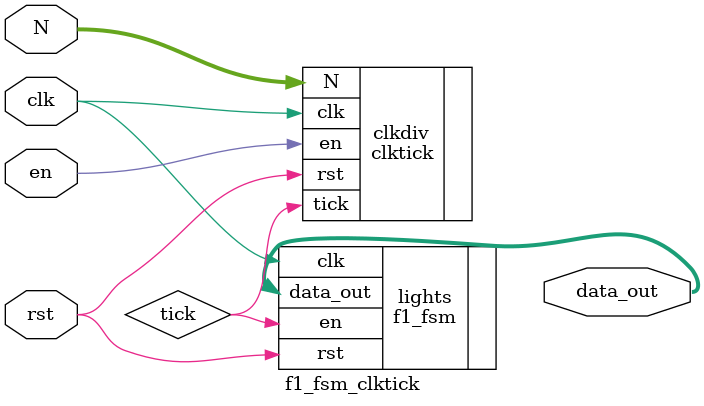
<source format=sv>
module f1_fsm_clktick #(
    parameter WIDTH = 16
)(
    input  logic             clk,      // clock 
    input  logic             rst,      // reset
    input  logic             en,       // enable signal
    input  logic [WIDTH-1:0] N,        // clock divided by N+1
    output logic [7:0]       data_out
);

    logic               tick;

clktick clkdiv(
    .clk(clk),
    .rst(rst),
    .en(en),
    .N(N),
    .tick(tick)
);

f1_fsm lights(
    .rst(rst),
    .en(tick),
    .clk(clk),
    .data_out(data_out)
);

endmodule

</source>
